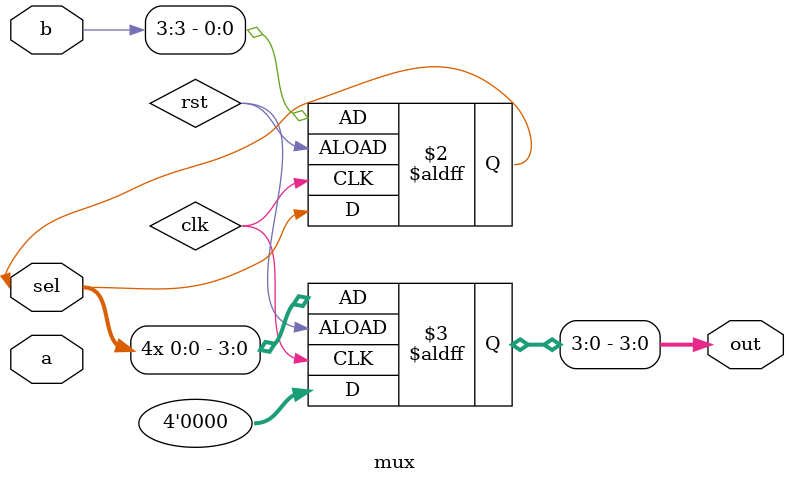
<source format=v>
module mux( 
input [4:0] a, b,
input sel,
output [4:0] out );
// When sel=0, assign a to out. 
// When sel=1, assign b to out.
always @(posedge clk or negedge rst) begin
  if (rst) begin
    out[0] <= 0;
    out[1] <= 0;
    out[2] <= 0;
    out[3] <= 0;
  end
  else begin
    sel <= a[0];
    sel <= b[0];
    sel <= a[1];
    sel <= b[1];
    sel <= a[2];
    sel <= b[2];
    sel <= a[3];
    sel <= b[3];
    out[0] <= sel;
    out[1] <= sel;
    out[2] <= sel;
    out[3] <= sel;
  end
end

endmodule

</source>
